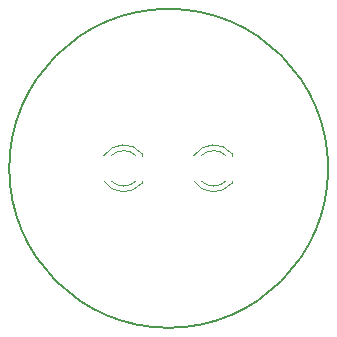
<source format=gbo>
G04 #@! TF.GenerationSoftware,KiCad,Pcbnew,6.0.8-f2edbf62ab~116~ubuntu20.04.1*
G04 #@! TF.CreationDate,2022-10-20T17:58:05+02:00*
G04 #@! TF.ProjectId,IR-Lese-Schreibkopf,49522d4c-6573-4652-9d53-636872656962,rev?*
G04 #@! TF.SameCoordinates,Original*
G04 #@! TF.FileFunction,Legend,Bot*
G04 #@! TF.FilePolarity,Positive*
%FSLAX46Y46*%
G04 Gerber Fmt 4.6, Leading zero omitted, Abs format (unit mm)*
G04 Created by KiCad (PCBNEW 6.0.8-f2edbf62ab~116~ubuntu20.04.1) date 2022-10-20 17:58:05*
%MOMM*%
%LPD*%
G01*
G04 APERTURE LIST*
G04 #@! TA.AperFunction,Profile*
%ADD10C,0.200000*%
G04 #@! TD*
%ADD11C,0.120000*%
G04 APERTURE END LIST*
D10*
X150660000Y-99060000D02*
G75*
G03*
X150660000Y-99060000I-13500000J0D01*
G01*
D11*
X134910000Y-97824000D02*
X134910000Y-97980000D01*
X134910000Y-100140000D02*
X134910000Y-100296000D01*
X134390961Y-97980000D02*
G75*
G03*
X132308870Y-97980163I-1040961J-1080000D01*
G01*
X131677665Y-100138608D02*
G75*
G03*
X134910000Y-100295516I1672335J1078608D01*
G01*
X134910000Y-97824484D02*
G75*
G03*
X131677665Y-97981392I-1560000J-1235516D01*
G01*
X132308870Y-100139837D02*
G75*
G03*
X134390961Y-100140000I1041130J1079837D01*
G01*
X142530000Y-100140000D02*
X142530000Y-100296000D01*
X142530000Y-97824000D02*
X142530000Y-97980000D01*
X142010961Y-97980000D02*
G75*
G03*
X139928870Y-97980163I-1040961J-1080000D01*
G01*
X142530000Y-97824484D02*
G75*
G03*
X139297665Y-97981392I-1560000J-1235516D01*
G01*
X139928870Y-100139837D02*
G75*
G03*
X142010961Y-100140000I1041130J1079837D01*
G01*
X139297665Y-100138608D02*
G75*
G03*
X142530000Y-100295516I1672335J1078608D01*
G01*
M02*

</source>
